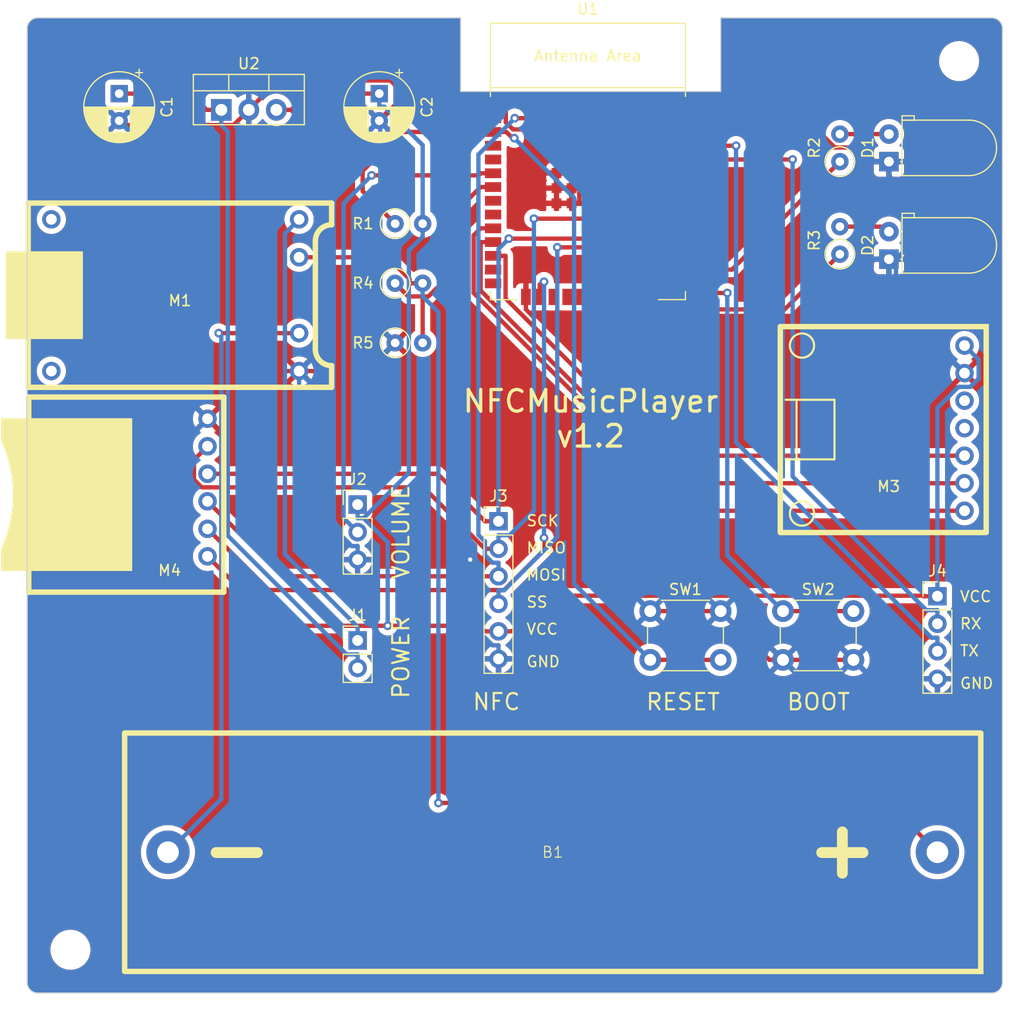
<source format=kicad_pcb>
(kicad_pcb (version 20240108) (generator "pcbnew") (generator_version "8.0")
  (layers (0 "F.Cu" signal) (31 "B.Cu" signal) (34 "B.Paste" user) (35 "F.Paste" user) (36 "B.SilkS" user "B.Silkscreen") (37 "F.SilkS" user "F.Silkscreen") (38 "B.Mask" user) (39 "F.Mask" user) (44 "Edge.Cuts" user))
  (net 0 "")
  (net 1 "/VBatt")
  (net 2 "Net-(B1-B-)")
  (net 3 "Net-(J1-Pin_2)")
  (net 4 "GND")
  (net 5 "+3.3V")
  (net 6 "Net-(D1-A)")
  (net 7 "Net-(D2-A)")
  (net 8 "Net-(J1-Pin_1)")
  (net 9 "/VOLUME")
  (net 10 "/SPI_SCK")
  (net 11 "/SPI_MISO")
  (net 12 "/SPI_MOSI")
  (net 13 "/PN532_CS")
  (net 14 "/RX")
  (net 15 "/TX")
  (net 18 "/I2S_LRC")
  (net 19 "/I2S_BCLK")
  (net 20 "/I2S_DOUT")
  (net 23 "/SD_CS")
  (net 24 "Net-(U1-EN{slash}CHIP_PU)")
  (net 25 "Net-(U1-ADC2_CH0{slash}GPIO4)")
  (net 26 "Net-(U1-ADC2_CH2{slash}GPIO2)")
  (net 27 "/BATT_MON")
  (net 28 "Net-(U1-GPIO0{slash}BOOT{slash}ADC2_CH1)")
  (footprint "MountingHole:MountingHole_3.2mm_M3" (layer "F.Cu") (at 104 146)
    (property "Reference" "H2" (hide yes))
    (property "Value" "MountingHole" (hide yes))
    (pad "" np_thru_hole circle (at 0 0) (size 3.2 3.2) (drill 3.2) (layers "*.Cu" "*.Mask"))
  )
  (footprint "MountingHole:MountingHole_3.2mm_M3" (layer "F.Cu") (at 186 64)
    (property "Reference" "H1" (hide yes))
    (property "Value" "MountingHole" (hide yes))
    (pad "" np_thru_hole circle (at 0 0) (size 3.2 3.2) (drill 3.2) (layers "*.Cu" "*.Mask"))
  )
  (footprint "Resistor_THT:R_Axial_DIN0207_L6.3mm_D2.5mm_P2.54mm_Vertical" (layer "F.Cu") (at 175 81.815 90)
    (property "Reference" "R3" (at 1.27 -2.37 90) (layer "F.SilkS"))
    (property "Value" "470")
    (pad "1" thru_hole circle (at 0 0 90) (size 1.6 1.6) (drill 0.8) (layers "*.Cu" "*.Mask") (net 26 "Net-(U1-ADC2_CH2{slash}GPIO2)"))
    (pad "2" thru_hole oval (at 2.54 0 90) (size 1.6 1.6) (drill 0.8) (layers "*.Cu" "*.Mask") (net 7 "Net-(D2-A)"))
  )
  (footprint "Resistor_THT:R_Axial_DIN0207_L6.3mm_D2.5mm_P2.54mm_Vertical" (layer "F.Cu") (at 133.955 84.5)
    (property "Reference" "R4" (at -2.955 0 0) (layer "F.SilkS"))
    (property "Value" "27k")
    (pad "1" thru_hole circle (at 0 0) (size 1.6 1.6) (drill 0.8) (layers "*.Cu" "*.Mask") (net 27 "/BATT_MON"))
    (pad "2" thru_hole oval (at 2.54 0) (size 1.6 1.6) (drill 0.8) (layers "*.Cu" "*.Mask") (net 1 "/VBatt"))
  )
  (footprint "Button_Switch_THT:SW_PUSH_6mm_H5mm" (layer "F.Cu") (at 157.5 114.75)
    (property "Reference" "SW1" (at 3.25 -2 0) (layer "F.SilkS"))
    (property "Value" "RESET")
    (pad "1" thru_hole circle (at 0 0 90) (size 2 2) (drill 1.1) (layers "*.Cu" "*.Mask") (net 4 "GND"))
    (pad "1" thru_hole circle (at 6.5 0 90) (size 2 2) (drill 1.1) (layers "*.Cu" "*.Mask") (net 4 "GND"))
    (pad "2" thru_hole circle (at 0 4.5 90) (size 2 2) (drill 1.1) (layers "*.Cu" "*.Mask") (net 24 "Net-(U1-EN{slash}CHIP_PU)"))
    (pad "2" thru_hole circle (at 6.5 4.5 90) (size 2 2) (drill 1.1) (layers "*.Cu" "*.Mask") (net 24 "Net-(U1-EN{slash}CHIP_PU)"))
  )
  (footprint "PCM_Espressif:ESP32-WROOM-32E" (layer "F.Cu") (at 151.75 75.01)
    (property "Reference" "U1" (at 0 -15.8 0) (layer "F.SilkS"))
    (property "Value" "ESP32-WROOM-E")
    (fp_text user "Antenna Area" (at 0 -11.5 0) (layer "F.SilkS"))
    (pad "1" smd rect (at -8.75 -7.01) (size 1.5 0.9) (layers "F.Cu" "F.Paste" "F.Mask") (net 4 "GND"))
    (pad "2" smd rect (at -8.75 -5.74) (size 1.5 0.9) (layers "F.Cu" "F.Paste" "F.Mask") (net 5 "+3.3V"))
    (pad "3" smd rect (at -8.75 -4.47) (size 1.5 0.9) (layers "F.Cu" "F.Paste" "F.Mask") (net 24 "Net-(U1-EN{slash}CHIP_PU)"))
    (pad "4" smd rect (at -8.75 -3.2) (size 1.5 0.9) (layers "F.Cu" "F.Paste" "F.Mask"))
    (pad "5" smd rect (at -8.75 -1.93) (size 1.5 0.9) (layers "F.Cu" "F.Paste" "F.Mask"))
    (pad "6" smd rect (at -8.75 -0.66) (size 1.5 0.9) (layers "F.Cu" "F.Paste" "F.Mask") (net 9 "/VOLUME"))
    (pad "7" smd rect (at -8.75 0.61) (size 1.5 0.9) (layers "F.Cu" "F.Paste" "F.Mask") (net 27 "/BATT_MON"))
    (pad "8" smd rect (at -8.75 1.88) (size 1.5 0.9) (layers "F.Cu" "F.Paste" "F.Mask"))
    (pad "9" smd rect (at -8.75 3.15) (size 1.5 0.9) (layers "F.Cu" "F.Paste" "F.Mask"))
    (pad "10" smd rect (at -8.75 4.42) (size 1.5 0.9) (layers "F.Cu" "F.Paste" "F.Mask") (net 18 "/I2S_LRC"))
    (pad "11" smd rect (at -8.75 5.69) (size 1.5 0.9) (layers "F.Cu" "F.Paste" "F.Mask") (net 19 "/I2S_BCLK"))
    (pad "12" smd rect (at -8.75 6.96) (size 1.5 0.9) (layers "F.Cu" "F.Paste" "F.Mask") (net 20 "/I2S_DOUT"))
    (pad "13" smd rect (at -8.75 8.23) (size 1.5 0.9) (layers "F.Cu" "F.Paste" "F.Mask"))
    (pad "14" smd rect (at -8.75 9.5) (size 1.5 0.9) (layers "F.Cu" "F.Paste" "F.Mask"))
    (pad "15" smd rect (at -5.72 10.75 90) (size 1.5 0.9) (layers "F.Cu" "F.Paste" "F.Mask") (net 4 "GND"))
    (pad "16" smd rect (at -4.45 10.75 90) (size 1.5 0.9) (layers "F.Cu" "F.Paste" "F.Mask") (net 23 "/SD_CS"))
    (pad "17" smd rect (at -3.18 10.75 90) (size 1.5 0.9) (layers "F.Cu" "F.Paste" "F.Mask"))
    (pad "18" smd rect (at -1.91 10.75 90) (size 1.5 0.9) (layers "F.Cu" "F.Paste" "F.Mask"))
    (pad "19" smd rect (at -0.64 10.75 90) (size 1.5 0.9) (layers "F.Cu" "F.Paste" "F.Mask"))
    (pad "20" smd rect (at 0.63 10.75 90) (size 1.5 0.9) (layers "F.Cu" "F.Paste" "F.Mask"))
    (pad "21" smd rect (at 1.9 10.75 90) (size 1.5 0.9) (layers "F.Cu" "F.Paste" "F.Mask"))
    (pad "22" smd rect (at 3.17 10.75 90) (size 1.5 0.9) (layers "F.Cu" "F.Paste" "F.Mask"))
    (pad "23" smd rect (at 4.44 10.75 90) (size 1.5 0.9) (layers "F.Cu" "F.Paste" "F.Mask"))
    (pad "24" smd rect (at 5.71 10.75 90) (size 1.5 0.9) (layers "F.Cu" "F.Paste" "F.Mask") (net 26 "Net-(U1-ADC2_CH2{slash}GPIO2)"))
    (pad "25" smd rect (at 8.75 9.5 180) (size 1.5 0.9) (layers "F.Cu" "F.Paste" "F.Mask") (net 28 "Net-(U1-GPIO0{slash}BOOT{slash}ADC2_CH1)"))
    (pad "26" smd rect (at 8.75 8.23 180) (size 1.5 0.9) (layers "F.Cu" "F.Paste" "F.Mask") (net 25 "Net-(U1-ADC2_CH0{slash}GPIO4)"))
    (pad "27" smd rect (at 8.75 6.96 180) (size 1.5 0.9) (layers "F.Cu" "F.Paste" "F.Mask"))
    (pad "28" smd rect (at 8.75 5.69 180) (size 1.5 0.9) (layers "F.Cu" "F.Paste" "F.Mask"))
    (pad "29" smd rect (at 8.75 4.42 180) (size 1.5 0.9) (layers "F.Cu" "F.Paste" "F.Mask") (net 13 "/PN532_CS"))
    (pad "30" smd rect (at 8.75 3.15 180) (size 1.5 0.9) (layers "F.Cu" "F.Paste" "F.Mask") (net 10 "/SPI_SCK"))
    (pad "31" smd rect (at 8.75 1.88 180) (size 1.5 0.9) (layers "F.Cu" "F.Paste" "F.Mask") (net 11 "/SPI_MISO"))
    (pad "32" smd rect (at 8.75 0.61 180) (size 1.5 0.9) (layers "F.Cu" "F.Paste" "F.Mask"))
    (pad "33" smd rect (at 8.75 -0.66 180) (size 1.5 0.9) (layers "F.Cu" "F.Paste" "F.Mask"))
    (pad "34" smd rect (at 8.75 -1.93 180) (size 1.5 0.9) (layers "F.Cu" "F.Paste" "F.Mask") (net 14 "/RX"))
    (pad "35" smd rect (at 8.75 -3.2 180) (size 1.5 0.9) (layers "F.Cu" "F.Paste" "F.Mask") (net 15 "/TX"))
    (pad "36" smd rect (at 8.75 -4.47 180) (size 1.5 0.9) (layers "F.Cu" "F.Paste" "F.Mask"))
    (pad "37" smd rect (at 8.75 -5.74 180) (size 1.5 0.9) (layers "F.Cu" "F.Paste" "F.Mask") (net 12 "/SPI_MOSI"))
    (pad "38" smd rect (at 8.75 -7.01 180) (size 1.5 0.9) (layers "F.Cu" "F.Paste" "F.Mask") (net 4 "GND"))
    (pad "39" smd rect (at -2.9 -0.69 180) (size 0.9 0.9) (layers "F.Cu" "F.Paste" "F.Mask") (net 4 "GND"))
    (pad "39" smd rect (at -2.9 -0.69 180) (size 0.9 0.9) (layers "F.Cu" "F.Paste" "F.Mask") (net 4 "GND"))
    (pad "39" smd rect (at -2.9 0.71 180) (size 0.9 0.9) (layers "F.Cu" "F.Paste" "F.Mask") (net 4 "GND"))
    (pad "39" smd rect (at -2.9 2.11 180) (size 0.9 0.9) (layers "F.Cu" "F.Paste" "F.Mask") (net 4 "GND"))
    (pad "39" smd rect (at -2.9 2.11 180) (size 0.9 0.9) (layers "F.Cu" "F.Paste" "F.Mask") (net 4 "GND"))
    (pad "39" smd rect (at -1.5 -0.69 180) (size 0.9 0.9) (layers "F.Cu" "F.Paste" "F.Mask") (net 4 "GND"))
    (pad "39" smd rect (at -1.5 0.71 180) (size 0.9 0.9) (layers "F.Cu" "F.Paste" "F.Mask") (net 4 "GND"))
    (pad "39" smd rect (at -1.5 2.11 180) (size 0.9 0.9) (layers "F.Cu" "F.Paste" "F.Mask") (net 4 "GND"))
    (pad "39" smd rect (at -1.5 2.11 180) (size 0.9 0.9) (layers "F.Cu" "F.Paste" "F.Mask") (net 4 "GND"))
    (pad "39" smd rect (at -0.1 -0.69 180) (size 0.9 0.9) (layers "F.Cu" "F.Paste" "F.Mask") (net 4 "GND"))
    (pad "39" smd rect (at -0.1 0.71 180) (size 0.9 0.9) (layers "F.Cu" "F.Paste" "F.Mask") (net 4 "GND"))
    (pad "39" smd rect (at -0.1 2.11 180) (size 0.9 0.9) (layers "F.Cu" "F.Paste" "F.Mask") (net 4 "GND"))
    (zone (net 0) (net_name "") (layers "*.Cu") (name "antenna keepout") (connect_pads (clearance 0)) (min_thickness 0.254)
      (keepout (tracks not_allowed) (vias not_allowed) (pads not_allowed) (copperpour not_allowed) (footprints not_allowed))
      (fill (thermal_gap 0.508) (thermal_bridge_width 0.508))
      (polygon (pts (xy 160.75 66.46) (xy 142.75 66.46) (xy 142.75 60.51) (xy 160.75 60.51)))
    )
  )
  (footprint "Package_TO_SOT_THT:TO-220-3_Vertical" (layer "F.Cu") (at 117.92 68.5)
    (property "Reference" "U2" (at 2.54 -4.27 0) (layer "F.SilkS"))
    (property "Value" "MCP1826S")
    (pad "1" thru_hole rect (at 0 0) (size 1.905 2) (drill 1.1) (layers "*.Cu" "*.Mask") (net 3 "Net-(J1-Pin_2)"))
    (pad "2" thru_hole oval (at 2.54 0) (size 1.905 2) (drill 1.1) (layers "*.Cu" "*.Mask") (net 4 "GND"))
    (pad "3" thru_hole oval (at 5.08 0) (size 1.905 2) (drill 1.1) (layers "*.Cu" "*.Mask") (net 5 "+3.3V"))
  )
  (footprint "Capacitor_THT:CP_Radial_D6.3mm_P2.50mm" (layer "F.Cu") (at 108.5 67 -90)
    (property "Reference" "C1" (at 1.25 -4.4 -90) (layer "F.SilkS"))
    (property "Value" "10uF")
    (pad "1" thru_hole rect (at 0 0 270) (size 1.6 1.6) (drill 0.8) (layers "*.Cu" "*.Mask") (net 3 "Net-(J1-Pin_2)"))
    (pad "2" thru_hole circle (at 2.5 0 270) (size 1.6 1.6) (drill 0.8) (layers "*.Cu" "*.Mask") (net 4 "GND"))
  )
  (footprint "Connector_PinHeader_2.54mm:PinHeader_1x02_P2.54mm_Vertical" (layer "F.Cu") (at 130.5 117.46)
    (property "Reference" "J1" (at 0 -2.33 0) (layer "F.SilkS"))
    (property "Value" "Power_Button")
    (pad "1" thru_hole rect (at 0 0) (size 1.7 1.7) (drill 1) (layers "*.Cu" "*.Mask") (net 8 "Net-(J1-Pin_1)"))
    (pad "2" thru_hole oval (at 0 2.54) (size 1.7 1.7) (drill 1) (layers "*.Cu" "*.Mask") (net 3 "Net-(J1-Pin_2)"))
  )
  (footprint "Resistor_THT:R_Axial_DIN0207_L6.3mm_D2.5mm_P2.54mm_Vertical" (layer "F.Cu") (at 175 73.275 90)
    (property "Reference" "R2" (at 1.27 -2.37 90) (layer "F.SilkS"))
    (property "Value" "470")
    (pad "1" thru_hole circle (at 0 0 90) (size 1.6 1.6) (drill 0.8) (layers "*.Cu" "*.Mask") (net 25 "Net-(U1-ADC2_CH0{slash}GPIO4)"))
    (pad "2" thru_hole oval (at 2.54 0 90) (size 1.6 1.6) (drill 0.8) (layers "*.Cu" "*.Mask") (net 6 "Net-(D1-A)"))
  )
  (footprint "LD:MAX98357_Module" (layer "F.Cu") (at 186.5 90.25)
    (property "Reference" "M3" (at -7 13 0) (layer "F.SilkS"))
    (property "Value" "MAX98357" (hide yes))
    (pad "1" thru_hole circle (at 0 15.24) (size 1.7 1.7) (drill 1) (layers "*.Cu" "*.Mask") (net 18 "/I2S_LRC"))
    (pad "2" thru_hole circle (at 0 12.7) (size 1.7 1.7) (drill 1) (layers "*.Cu" "*.Mask") (net 19 "/I2S_BCLK"))
    (pad "3" thru_hole circle (at 0 10.16) (size 1.7 1.7) (drill 1) (layers "*.Cu" "*.Mask") (net 20 "/I2S_DOUT"))
    (pad "4" thru_hole circle (at 0 7.62) (size 1.7 1.7) (drill 1) (layers "*.Cu" "*.Mask"))
    (pad "5" thru_hole circle (at 0 5.08) (size 1.7 1.7) (drill 1) (layers "*.Cu" "*.Mask"))
    (pad "6" thru_hole circle (at 0 2.54) (size 1.7 1.7) (drill 1) (layers "*.Cu" "*.Mask") (net 4 "GND"))
    (pad "7" thru_hole circle (at 0 0) (size 1.7 1.7) (drill 1) (layers "*.Cu" "*.Mask") (net 5 "+3.3V"))
  )
  (footprint "Connector_PinHeader_2.54mm:PinHeader_1x04_P2.54mm_Vertical" (layer "F.Cu") (at 184 113.38)
    (property "Reference" "J4" (at 0 -2.33 0) (layer "F.SilkS"))
    (property "Value" "SERIAL")
    (pad "1" thru_hole rect (at 0 0) (size 1.7 1.7) (drill 1) (layers "*.Cu" "*.Mask") (net 5 "+3.3V"))
    (pad "2" thru_hole oval (at 0 2.54) (size 1.7 1.7) (drill 1) (layers "*.Cu" "*.Mask") (net 14 "/RX"))
    (pad "3" thru_hole oval (at 0 5.08) (size 1.7 1.7) (drill 1) (layers "*.Cu" "*.Mask") (net 15 "/TX"))
    (pad "4" thru_hole oval (at 0 7.62) (size 1.7 1.7) (drill 1) (layers "*.Cu" "*.Mask") (net 4 "GND"))
  )
  (footprint "LD:Battery_Holder" (layer "F.Cu") (at 148.5 137 180)
    (property "Reference" "B1" (at 0 0 0) (layer "F.SilkS") (effects (font (thickness 0.1))))
    (property "Value" "~")
    (fp_text user "-" (at 25.4 2.54 180) (layer "F.SilkS") (effects (font (size 5 5) (thickness 1) (bold yes)) (justify left bottom)))
    (fp_text user "+" (at -30.48 2.54 180) (layer "F.SilkS") (effects (font (size 5 5) (thickness 1) (bold yes)) (justify left bottom)))
    (pad "1" thru_hole circle (at -35.5 0 180) (size 4 4) (drill 2) (layers "*.Cu" "*.Mask") (net 1 "/VBatt"))
    (pad "2" thru_hole circle (at 35.5 0 180) (size 4 4) (drill 2) (layers "*.Cu" "*.Mask") (net 2 "Net-(B1-B-)"))
  )
  (footprint "LD:LipoCharger_Module" (layer "F.Cu") (at 125.1 77.1)
    (property "Reference" "M1" (at -11 9 0) (layer "F.SilkS"))
    (property "Value" "LipoCharger")
    (pad "1" thru_hole circle (at -22.86 1.5) (size 1.7 1.7) (drill 1) (layers "*.Cu" "*.Mask"))
    (pad "2" thru_hole circle (at -22.86 15.5) (size 1.7 1.7) (drill 1) (layers "*.Cu" "*.Mask"))
    (pad "3" thru_hole circle (at 0 5) (size 1.7 1.7) (drill 1) (layers "*.Cu" "*.Mask") (net 1 "/VBatt"))
    (pad "4" thru_hole circle (at 0 12) (size 1.7 1.7) (drill 1) (layers "*.Cu" "*.Mask") (net 2 "Net-(B1-B-)"))
    (pad "5" thru_hole circle (at 0 1.5) (size 1.7 1.7) (drill 1) (layers "*.Cu" "*.Mask") (net 8 "Net-(J1-Pin_1)"))
    (pad "6" thru_hole circle (at 0 15.5) (size 1.7 1.7) (drill 1) (layers "*.Cu" "*.Mask") (net 4 "GND"))
  )
  (footprint "LED_THT:LED_D5.0mm_Horizontal_O1.27mm_Z9.0mm" (layer "F.Cu") (at 179.525 73.275 90)
    (property "Reference" "D1" (at 1.27 -1.96 90) (layer "F.SilkS"))
    (property "Value" "LED")
    (pad "1" thru_hole rect (at 0 0 90) (size 1.8 1.8) (drill 0.9) (layers "*.Cu" "*.Mask") (net 4 "GND"))
    (pad "2" thru_hole circle (at 2.54 0 90) (size 1.8 1.8) (drill 0.9) (layers "*.Cu" "*.Mask") (net 6 "Net-(D1-A)"))
  )
  (footprint "Resistor_THT:R_Axial_DIN0207_L6.3mm_D2.5mm_P2.54mm_Vertical" (layer "F.Cu") (at 133.96 79)
    (property "Reference" "R1" (at -2.96 0 0) (layer "F.SilkS"))
    (property "Value" "10K")
    (pad "1" thru_hole circle (at 0 0) (size 1.6 1.6) (drill 0.8) (layers "*.Cu" "*.Mask") (net 24 "Net-(U1-EN{slash}CHIP_PU)"))
    (pad "2" thru_hole oval (at 2.54 0) (size 1.6 1.6) (drill 0.8) (layers "*.Cu" "*.Mask") (net 5 "+3.3V"))
  )
  (footprint "Resistor_THT:R_Axial_DIN0207_L6.3mm_D2.5mm_P2.54mm_Vertical" (layer "F.Cu") (at 133.96 90)
    (property "Reference" "R5" (at -2.96 0 0) (layer "F.SilkS"))
    (property "Value" "100k")
    (pad "1" thru_hole circle (at 0 0) (size 1.6 1.6) (drill 0.8) (layers "*.Cu" "*.Mask") (net 4 "GND"))
    (pad "2" thru_hole oval (at 2.54 0) (size 1.6 1.6) (drill 0.8) (layers "*.Cu" "*.Mask") (net 27 "/BATT_MON"))
  )
  (footprint "Connector_PinHeader_2.54mm:PinHeader_1x03_P2.54mm_Vertical" (layer "F.Cu") (at 130.5 104.92)
    (property "Reference" "J2" (at 0 -2.33 0) (layer "F.SilkS"))
    (property "Value" "VOLUME_POT")
    (pad "1" thru_hole rect (at 0 0) (size 1.7 1.7) (drill 1) (layers "*.Cu" "*.Mask") (net 5 "+3.3V"))
    (pad "2" thru_hole oval (at 0 2.54) (size 1.7 1.7) (drill 1) (layers "*.Cu" "*.Mask") (net 9 "/VOLUME"))
    (pad "3" thru_hole oval (at 0 5.08) (size 1.7 1.7) (drill 1) (layers "*.Cu" "*.Mask") (net 4 "GND"))
  )
  (footprint "Connector_PinHeader_2.54mm:PinHeader_1x06_P2.54mm_Vertical" (layer "F.Cu") (at 143.5 106.46)
    (property "Reference" "J3" (at 0 -2.33 0) (layer "F.SilkS"))
    (property "Value" "NFC")
    (pad "1" thru_hole rect (at 0 0) (size 1.7 1.7) (drill 1) (layers "*.Cu" "*.Mask") (net 10 "/SPI_SCK"))
    (pad "2" thru_hole oval (at 0 2.54) (size 1.7 1.7) (drill 1) (layers "*.Cu" "*.Mask") (net 11 "/SPI_MISO"))
    (pad "3" thru_hole oval (at 0 5.08) (size 1.7 1.7) (drill 1) (layers "*.Cu" "*.Mask") (net 12 "/SPI_MOSI"))
    (pad "4" thru_hole oval (at 0 7.62) (size 1.7 1.7) (drill 1) (layers "*.Cu" "*.Mask") (net 13 "/PN532_CS"))
    (pad "5" thru_hole oval (at 0 10.16) (size 1.7 1.7) (drill 1) (layers "*.Cu" "*.Mask") (net 5 "+3.3V"))
    (pad "6" thru_hole oval (at 0 12.7) (size 1.7 1.7) (drill 1) (layers "*.Cu" "*.Mask") (net 4 "GND"))
  )
  (footprint "Button_Switch_THT:SW_PUSH_6mm_H5mm" (layer "F.Cu") (at 169.75 114.75)
    (property "Reference" "SW2" (at 3.25 -2 0) (layer "F.SilkS"))
    (property "Value" "BOOT")
    (pad "1" thru_hole circle (at 0 0 90) (size 2 2) (drill 1.1) (layers "*.Cu" "*.Mask") (net 28 "Net-(U1-GPIO0{slash}BOOT{slash}ADC2_CH1)"))
    (pad "1" thru_hole circle (at 6.5 0 90) (size 2 2) (drill 1.1) (layers "*.Cu" "*.Mask") (net 28 "Net-(U1-GPIO0{slash}BOOT{slash}ADC2_CH1)"))
    (pad "2" thru_hole circle (at 0 4.5 90) (size 2 2) (drill 1.1) (layers "*.Cu" "*.Mask") (net 4 "GND"))
    (pad "2" thru_hole circle (at 6.5 4.5 90) (size 2 2) (drill 1.1) (layers "*.Cu" "*.Mask") (net 4 "GND"))
  )
  (footprint "LED_THT:LED_D5.0mm_Horizontal_O1.27mm_Z9.0mm" (layer "F.Cu") (at 179.525 82.275 90)
    (property "Reference" "D2" (at 1.27 -1.96 90) (layer "F.SilkS"))
    (property "Value" "LED")
    (pad "1" thru_hole rect (at 0 0 90) (size 1.8 1.8) (drill 0.9) (layers "*.Cu" "*.Mask") (net 4 "GND"))
    (pad "2" thru_hole circle (at 2.54 0 90) (size 1.8 1.8) (drill 0.9) (layers "*.Cu" "*.Mask") (net 7 "Net-(D2-A)"))
  )
  (footprint "LD:MicroSD_Module" (layer "F.Cu") (at 116.65 97)
    (property "Reference" "M4" (at -3.5 14 0) (layer "F.SilkS"))
    (property "Value" "SDCard")
    (pad "1" thru_hole circle (at 0 12.7) (size 1.7 1.7) (drill 1) (layers "*.Cu" "*.Mask") (net 5 "+3.3V"))
    (pad "2" thru_hole circle (at 0 10.16) (size 1.7 1.7) (drill 1) (layers "*.Cu" "*.Mask") (net 23 "/SD_CS"))
    (pad "3" thru_hole circle (at 0 7.62) (size 1.7 1.7) (drill 1) (layers "*.Cu" "*.Mask") (net 12 "/SPI_MOSI"))
    (pad "4" thru_hole circle (at 0 5.08) (size 1.7 1.7) (drill 1) (layers "*.Cu" "*.Mask") (net 10 "/SPI_SCK"))
    (pad "5" thru_hole circle (at 0 2.54) (size 1.7 1.7) (drill 1) (layers "*.Cu" "*.Mask") (net 11 "/SPI_MISO"))
    (pad "6" thru_hole circle (at 0 0) (size 1.7 1.7) (drill 1) (layers "*.Cu" "*.Mask") (net 4 "GND"))
  )
  (footprint "Capacitor_THT:CP_Radial_D6.3mm_P2.50mm" (layer "F.Cu") (at 132.5 67 -90)
    (property "Reference" "C2" (at 1.25 -4.4 90) (layer "F.SilkS"))
    (property "Value" "22uF")
    (pad "1" thru_hole rect (at 0 0 270) (size 1.6 1.6) (drill 0.8) (layers "*.Cu" "*.Mask") (net 5 "+3.3V"))
    (pad "2" thru_hole circle (at 2.5 0 270) (size 1.6 1.6) (drill 0.8) (layers "*.Cu" "*.Mask") (net 4 "GND"))
  )
  (gr_line (start 164 66.8) (end 164 60) (stroke (width 0.1)) (layer "Edge.Cuts"))
  (gr_line (start 164 60) (end 189 60) (stroke (width 0.1)) (layer "Edge.Cuts"))
  (gr_line (start 101 150) (end 189 150) (stroke (width 0.1)) (layer "Edge.Cuts"))
  (gr_line (start 140 60) (end 140 66.8) (stroke (width 0.1)) (layer "Edge.Cuts"))
  (gr_arc (start 100 61) (mid 100.292893 60.292893) (end 101 60) (stroke (width 0.1)) (layer "Edge.Cuts"))
  (gr_line (start 140 66.8) (end 164 66.8) (stroke (width 0.1)) (layer "Edge.Cuts"))
  (gr_arc (start 190 149) (mid 189.707107 149.707107) (end 189 150) (stroke (width 0.1)) (layer "Edge.Cuts"))
  (gr_line (start 100 61) (end 100 149) (stroke (width 0.1)) (layer "Edge.Cuts"))
  (gr_arc (start 189 60) (mid 189.707107 60.292893) (end 190 61) (stroke (width 0.1)) (layer "Edge.Cuts"))
  (gr_arc (start 101 150) (mid 100.292893 149.707107) (end 100 149) (stroke (width 0.1)) (layer "Edge.Cuts"))
  (gr_line (start 190 149) (end 190 61) (stroke (width 0.1)) (layer "Edge.Cuts"))
  (gr_line (start 101 60) (end 140 60) (stroke (width 0.1)) (layer "Edge.Cuts"))
  (gr_text "MOSI" (at 146 112 0) (layer "F.SilkS") (effects (font (size 1 1)) (justify left bottom)))
  (gr_text "GND" (at 146 120 0) (layer "F.SilkS") (effects (font (size 1 1)) (justify left bottom)))
  (gr_text "RESET" (at 157 124 0) (layer "F.SilkS") (effects (font (size 1.5 1.5) (thickness 0.2)) (justify left bottom)))
  (gr_text "VCC" (at 186 114 0) (layer "F.SilkS") (effects (font (size 1 1)) (justify left bottom)))
  (gr_text "POWER" (at 134.5 119 90) (layer "F.SilkS") (effects (font (size 1.5 1.5) (thickness 0.2))))
  (gr_text "VOLUME" (at 134.5 107.46 90) (layer "F.SilkS") (effects (font (size 1.5 1.5) (thickness 0.2))))
  (gr_text "NFC" (at 141 124 0) (layer "F.SilkS") (effects (font (size 1.5 1.5) (thickness 0.2)) (justify left bottom)))
  (gr_text "SCK" (at 146 107 0) (layer "F.SilkS") (effects (font (size 1 1)) (justify left bottom)))
  (gr_text "MISO" (at 146 109.5 0) (layer "F.SilkS") (effects (font (size 1 1)) (justify left bottom)))
  (gr_text "SS" (at 146 114.5 0) (layer "F.SilkS") (effects (font (size 1 1)) (justify left bottom)))
  (gr_text "VCC" (at 146 117 0) (layer "F.SilkS") (effects (font (size 1 1)) (justify left bottom)))
  (gr_text "GND" (at 186 122 0) (layer "F.SilkS") (effects (font (size 1 1)) (justify left bottom)))
  (gr_text "NFCMusicPlayer\nv1.2" (at 152 97 0) (layer "F.SilkS") (effects (font (size 2 2) (thickness 0.3) (bold yes))))
  (gr_text "BOOT" (at 170 124 0) (layer "F.SilkS") (effects (font (size 1.5 1.5) (thickness 0.2)) (justify left bottom)))
  (gr_text "TX" (at 186 119 0) (layer "F.SilkS") (effects (font (size 1 1)) (justify left bottom)))
  (gr_text "RX" (at 186 116.5 0) (layer "F.SilkS") (effects (font (size 1 1)) (justify left bottom)))
  (segment (start 179.4519 132.4519) (end 137.9518 132.4519) (width 0.4) (layer "F.Cu") (net 1))
  (segment (start 136.495 84.5) (end 135.2933 84.5) (width 0.4) (layer "F.Cu") (net 1))
  (segment (start 135.2933 84.1265) (end 135.2933 84.5) (width 0.4) (layer "F.Cu") (net 1))
  (segment (start 133.2668 82.1) (end 135.2933 84.1265) (width 0.4) (layer "F.Cu") (net 1))
  (segment (start 184 137) (end 179.4519 132.4519) (width 0.4) (layer "F.Cu") (net 1))
  (segment (start 125.1 82.1) (end 133.2668 82.1) (width 0.4) (layer "F.Cu") (net 1))
  (via (at 137.9518 132.4519) (size 0.8) (drill 0.4) (layers "F.Cu" "B.Cu") (net 1))
  (segment (start 136.495 84.5) (end 136.495 85.7017) (width 0.4) (layer "B.Cu") (net 1))
  (segment (start 136.495 85.7017) (end 137.9518 87.1585) (width 0.4) (layer "B.Cu") (net 1))
  (segment (start 137.9518 87.1585) (end 137.9518 132.4519) (width 0.4) (layer "B.Cu") (net 1))
  (segment (start 125.1 89.1) (end 117.6826 89.1) (width 0.4) (layer "F.Cu") (net 2))
  (via (at 117.6826 89.1) (size 0.8) (drill 0.4) (layers "F.Cu" "B.Cu") (net 2))
  (segment (start 117.9192 89.3366) (end 117.6826 89.1) (width 0.4) (layer "B.Cu") (net 2))
  (segment (start 117.9192 132.0808) (end 117.9192 89.3366) (width 0.4) (layer "B.Cu") (net 2))
  (segment (start 113 137) (end 117.9192 132.0808) (width 0.4) (layer "B.Cu") (net 2))
  (segment (start 108.5 67) (end 115.0658 67) (width 0.4) (layer "F.Cu") (net 3))
  (segment (start 115.0658 67) (end 116.5658 68.5) (width 0.4) (layer "F.Cu") (net 3))
  (segment (start 117.92 68.5) (end 116.5658 68.5) (width 0.4) (layer "F.Cu") (net 3))
  (segment (start 130.5 120) (end 130.5 118.7483) (width 0.4) (layer "B.Cu") (net 3))
  (segment (start 118.5217 70.5034) (end 117.92 69.9017) (width 0.4) (layer "B.Cu") (net 3))
  (segment (start 130.5 118.7483) (end 129.483 118.7483) (width 0.4) (layer "B.Cu") (net 3))
  (segment (start 117.92 68.5) (end 117.92 69.9017) (width 0.4) (layer "B.Cu") (net 3))
  (segment (start 129.483 118.7483) (end 118.5217 107.787) (width 0.4) (layer "B.Cu") (net 3))
  (segment (start 118.5217 107.787) (end 118.5217 70.5034) (width 0.4) (layer "B.Cu") (net 3))
  (segment (start 144.1722 68) (end 144.1517 68) (width 0.4) (layer "F.Cu") (net 4))
  (segment (start 134 68) (end 132.5 69.5) (width 0.4) (layer "F.Cu") (net 4))
  (segment (start 143 68) (end 144.1517 68) (width 0.4) (layer "F.Cu") (net 4))
  (segment (start 170.56 68) (end 160.5 68) (width 0.4) (layer "F.Cu") (net 4))
  (segment (start 125.1 92.6) (end 131.36 92.6) (width 0.4) (layer "F.Cu") (net 4))
  (segment (start 130.5 110) (end 140.884 110) (width 0.4) (layer "F.Cu") (net 4))
  (segment (start 150.6 75.72) (end 150.6 74.32) (width 0.4) (layer "F.Cu") (net 4))
  (segment (start 151.65 77.12) (end 150.95 77.12) (width 0.4) (layer "F.Cu") (net 4))
  (segment (start 179.525 82.275) (end 178.2233 82.275) (width 0.4) (layer "F.Cu") (net 4))
  (segment (start 133.5246 65.7855) (end 134 66.2609) (width 0.4) (layer "F.Cu") (net 4))
  (segment (start 119.0583 69.9017) (end 120.46 68.5) (width 0.4) (layer "F.Cu") (net 4))
  (segment (start 176.25 119.25) (end 169.75 119.25) (width 0.4) (layer "F.Cu") (net 4))
  (segment (start 150.6 74.32) (end 150.25 74.32) (width 0.4) (layer "F.Cu") (net 4))
  (segment (start 150.95 75.72) (end 150.6 75.72) (width 0.4) (layer "F.Cu") (net 4))
  (segment (start 144.8359 70.3039) (end 144.1722 69.6402) (width 0.4) (layer "F.Cu") (net 4))
  (segment (start 179.525 73.275) (end 178.2233 73.275) (width 0.4) (layer "F.Cu") (net 4))
  (segment (start 150.6 75.72) (end 150.25 75.72) (width 0.4) (layer "F.Cu") (net 4))
  (segment (start 143.5 119.16) (end 153.09 119.16) (width 0.4) (layer "F.Cu") (net 4))
  (segment (start 168.5 119.25) (end 164 114.75) (width 0.4) (layer "F.Cu") (net 4))
  (segment (start 176.9216 71.9733) (end 174.5333 71.9733) (width 0.4) (layer "F.Cu") (net 4))
  (segment (start 174.5333 71.9733) (end 170.56 68) (width 0.4) (layer "F.Cu") (net 4))
  (segment (start 123.1745 65.7855) (end 133.5246 65.7855) (width 0.4) (layer "F.Cu") (net 4))
  (segment (start 148.85 73.4683) (end 145.6856 70.3039) (width 0.4) (layer "F.Cu") (net 4))
  (segment (start 146.03 85.76) (end 146.03 86.9117) (width 0.4) (layer "F.Cu") (net 4))
  (segment (start 116.65 97) (end 121.05 92.6) (width 0.4) (layer "F.Cu") (net 4))
  (segment (start 151.65 75.72) (end 150.95 75.72) (width 0.4) (layer "F.Cu") (net 4))
  (segment (start 120.46 68.5) (end 123.1745 65.7855) (width 0.4) (layer "F.Cu") (net 4))
  (segment (start 108.9017 69.9017) (end 119.0583 69.9017) (width 0.4) (layer "F.Cu") (net 4))
  (segment (start 184 121) (end 178 121) (width 0.4) (layer "F.Cu") (net 4))
  (segment (start 150.25 77.12) (end 148.85 77.12) (width 0.4) (layer "F.Cu") (net 4))
  (segment (start 178.2233 82.275) (end 172.98 87.5183) (width 0.4) (layer "F.Cu") (net 4))
  (segment (start 169.75 119.25) (end 168.5 119.25) (width 0.4) (layer "F.Cu") (net 4))
  (segment (start 145.6856 70.3039) (end 144.8359 70.3039) (width 0.4) (layer "F.Cu") (net 4))
  (segment (start 160.5 68) (end 144.1722 68) (width 0.4) (layer "F.Cu") (net 4))
  (segment (start 151.65 74.32) (end 150.6 74.32) (width 0.4) (layer "F.Cu") (net 4))
  (segment (start 144.1722 69.6402) (end 144.1722 68) (width 0.4) (layer "F.Cu") (net 4))
  (segment (start 143 68) (end 134 68) (width 0.4) (layer "F.Cu") (net 4))
  (segment (start 164 114.75) (end 157.5 114.75) (width 0.4) (layer "F.Cu") (net 4))
  (segment (start 178.2233 73.275) (end 176.9216 71.9733) (width 0.4) (layer "F.Cu") (net 4))
  (segment (start 131.36 92.6) (end 133.96 90) (width 0.4) (layer "F.Cu") (net 4))
  (segment (start 108.5 69.5) (end 108.9017 69.9017) (width 0.4) (layer "F.Cu") (net 4))
  (segment (start 150.25 74.32) (end 148.85 74.32) (width 0.4) (layer "F.Cu") (net 4))
  (segment (start 153.09 119.16) (end 157.5 114.75) (width 0.4) (layer "F.Cu") (net 4))
  (segment (start 146.6366 87.5183) (end 146.03 86.9117) (width 0.4) (layer "F.Cu") (net 4))
  (segment (start 148.85 74.32) (end 148.85 73.4683) (width 0.4) (layer "F.Cu") (net 4))
  (segment (start 150.95 77.12) (end 150.95 75.72) (width 0.4) (layer "F.Cu") (net 4))
  (segment (start 121.05 92.6) (end 125.1 92.6) (width 0.4) (layer "F.Cu") (net 4))
  (segment (start 172.98 87.5183) (end 146.6366 87.5183) (width 0.4) (layer "F.Cu") (net 4))
  (segment (start 134 66.2609) (end 134 68) (width 0.4) (layer "F.Cu") (net 4))
  (segment (start 178 121) (end 176.25 119.25) (width 0.4) (layer "F.Cu") (net 4))
  (segment (start 150.95 77.12) (end 150.25 77.12) (width 0.4) (layer "F.Cu") (net 4))
  (segment (start 150.25 75.72) (end 148.85 75.72) (width 0.4) (layer "F.Cu") (net 4))
  (via (at 140.884 110) (size 0.8) (drill 0.4) (layers "F.Cu" "B.Cu") (net 4))
  (segment (start 142.9524 117.9083) (end 140.884 115.8399) (width 0.4) (layer "B.Cu") (net 4))
  (segment (start 130.5 110) (end 130.5 108.7483) (width 0.4) (layer "B.Cu") (net 4))
  (segment (start 133.96 90) (end 132.5889 88.6289) (width 0.4) (layer "B.Cu") (net 4))
  (segment (start 180.1759 82.275) (end 180.1759 86.4659) (width 0.4) (layer "B.Cu") (net 4))
  (segment (start 143.5 117.9083) (end 142.9524 117.9083) (width 0.4) (layer "B.Cu") (net 4))
  (segment (start 130.5 108.7483) (end 129.9524 108.7483) (width 0.4) (layer "B.Cu") (net 4))
  (segment (start 180.8267 81.6242) (end 180.1759 82.275) (width 0.4) (layer "B.Cu") (net 4))
  (segment (start 140.884 115.8399) (end 140.884 110) (width 0.4) (layer "B.Cu") (net 4))
  (segment (start 180.1759 86.4659) (end 186.5 92.79) (width 0.4) (layer "B.Cu") (net 4))
  (segment (start 179.525 73.275) (end 179.525 74.5767) (width 0.4) (layer "B.Cu") (net 4))
  (segment (start 125.1 103.8959) (end 125.1 92.6) (width 0.4) (layer "B.Cu") (net 4))
  (segment (start 180.8267 75.8784) (end 180.8267 81.6242) (width 0.4) (layer "B.Cu") (net 4))
  (segment (start 179.525 74.5767) (end 180.8267 75.8784) (width 0.4) (layer "B.Cu") (net 4))
  (segment (start 132.5889 69.5889) (end 132.5 69.5) (width 0.4) (layer "B.Cu") (net 4))
  (segment (start 179.525 82.275) (end 180.1759 82.275) (width 0.4) (layer "B.Cu") (net 4))
  (segment (start 129.9524 108.7483) (end 125.1 103.8959) (width 0.4) (layer "B.Cu") (net 4))
  (segment (start 143.5 119.16) (end 143.5 117.9083) (width 0.4) (layer "B.Cu") (net 4))
  (segment (start 132.5889 88.6289) (end 132.5889 69.5889) (width 0.4) (layer "B.Cu") (net 4))
  (segment (start 182.6972 113.3289) (end 148.0428 113.3289) (width 0.4) (layer "F.Cu") (net 5))
  (segment (start 134.53 69.27) (end 133.063 70.737) (width 0.4) (layer "F.Cu") (net 5))
  (segment (start 143.5 116.62) (end 144.7517 116.62) (width 0.4) (layer "F.Cu") (net 5))
  (segment (start 133.063 70.737) (end 126.5912 70.737) (width 0.4) (layer "F.Cu") (net 5))
  (segment (start 148.0428 113.3289) (end 144.7517 116.62) (width 0.4) (layer "F.Cu") (net 5))
  (segment (start 123 68.5) (end 124.3542 68.5) (width 0.4) (layer "F.Cu") (net 5))
  (segment (start 182.7483 113.38) (end 182.6972 113.3289) (width 0.4) (layer "F.Cu") (net 5))
  (segment (start 126.5912 70.737) (end 124.3542 68.5) (width 0.4) (layer "F.Cu") (net 5))
  (segment (start 123.0543 116.1043) (end 133.2731 116.1043) (width 0.4) (layer "F.Cu") (net 5))
  (segment (start 143.5 116.62) (end 142.2483 116.62) (width 0.4) (layer "F.Cu") (net 5))
  (segment (start 184 113.38) (end 182.7483 113.38) (width 0.4) (layer "F.Cu") (net 5))
  (segment (start 143 69.27) (end 134.53 69.27) (width 0.4) (layer "F.Cu") (net 5))
  (segment (start 116.65 109.7) (end 123.0543 116.1043) (width 0.4) (layer "F.Cu") (net 5))
  (segment (start 141.7326 116.1043) (end 142.2483 116.62) (width 0.4) (layer "F.Cu") (net 5))
  (segment (start 133.2731 116.1043) (end 141.7326 116.1043) (width 0.4) (layer "F.Cu") (net 5))
  (segment (start 132.5 67) (end 125.8542 67) (width 0.4) (layer "F.Cu") (net 5))
  (segment (start 125.8542 67) (end 124.3542 68.5) (width 0.4) (layer "F.Cu") (net 5))
  (via (at 133.2731 116.1043) (size 0.8) (drill 0.4) (layers "F.Cu" "B.Cu") (net 5))
  (segment (start 135.2274 81.4743) (end 136.5 80.2017) (width 0.4) (layer "B.Cu") (net 5))
  (segment (start 131.0476 106.1717) (end 135.2274 101.9919) (width 0.4) (layer "B.Cu") (net 5))
  (segment (start 184 95.9996) (end 185.9396 94.06) (width 0.4) (layer "B.Cu") (net 5))
  (segment (start 133.2731 116.1043) (end 133.2731 108.3972) (width 0.4) (layer "B.Cu") (net 5))
  (segment (start 131.0476 106.1717) (end 130.5 106.1717) (width 0.4) (layer "B.Cu") (net 5))
  (segment (start 135.2274 101.9919) (end 135.2274 81.4743) (width 0.4) (layer "B.Cu") (net 5))
  (segment (start 132.5 67) (end 132.5 68.2017) (width 0.4) (layer "B.Cu") (net 5))
  (segment (start 187.8007 93.2979) (end 187.8007 91.5507) (width 0.4) (layer "B.Cu") (net 5))
  (segment (start 136.5 79) (end 136.5 80.2017) (width 0.4) (layer "B.Cu") (net 5))
  (segment (start 136.5 79) (end 136.5 71.7511) (width 0.4) (layer "B.Cu") (net 5))
  (segment (start 133.2731 108.3972) (end 131.0476 106.1717) (width 0.4) (layer "B.Cu") (net 5))
  (segment (start 185.9396 94.06) (end 187.0386 94.06) (width 0.4) (layer "B.Cu") (net 5))
  (segment (start 187.8007 91.5507) (end 186.5 90.25) (width 0.4) (layer "B.Cu") (net 5))
  (segment (start 184 113.38) (end 184 95.9996) (width 0.4) (layer "B.Cu") (net 5))
  (segment (start 132.9506 68.2017) (end 132.5 68.2017) (width 0.4) (layer "B.Cu") (net 5))
  (segment (start 187.0386 94.06) (end 187.8007 93.2979) (width 0.4) (layer "B.Cu") (net 5))
  (segment (start 130.5 104.92) (end 130.5 106.1717) (width 0.4) (layer "B.Cu") (net 5))
  (segment (start 136.5 71.7511) (end 132.9506 68.2017) (width 0.4) (layer "B.Cu") (net 5))
  (segment (start 179.525 70.735) (end 175 70.735) (width 0.4) (layer "F.Cu") (net 6))
  (segment (start 179.065 79.275) (end 175 79.275) (width 0.4) (layer "F.Cu") (net 7))
  (segment (start 179.525 79.735) (end 179.065 79.275) (width 0.4) (layer "F.Cu") (net 7))
  (segment (start 130.5 117.46) (end 130.5 116.2083) (width 0.4) (layer "B.Cu") (net 8))
  (segment (start 130.5 116.2083) (end 123.792 109.5003) (width 0.4) (layer "B.Cu") (net 8))
  (segment (start 123.792 79.908) (end 125.1 78.6) (width 0.4) (layer "B.Cu") (net 8))
  (segment (start 123.792 109.5003) (end 123.792 79.908) (width 0.4) (layer "B.Cu") (net 8))
  (segment (start 143 74.35) (end 141.8483 74.35) (width 0.4) (layer "F.Cu") (net 9))
  (segment (start 131.7872 74.5444) (end 141.6539 74.5444) (width 0.4) (layer "F.Cu") (net 9))
  (segment (start 141.6539 74.5444) (end 141.8483 74.35) (width 0.4) (layer "F.Cu") (net 9))
  (via (at 131.7872 74.5444) (size 0.8) (drill 0.4) (layers "F.Cu" "B.Cu") (net 9))
  (segment (start 129.1984 106.1584) (end 129.1984 77.1332) (width 0.4) (layer "B.Cu") (net 9))
  (segment (start 129.1984 77.1332) (end 131.7872 74.5444) (width 0.4) (layer "B.Cu") (net 9))
  (segment (start 130.5 107.46) (end 129.1984 106.1584) (width 0.4) (layer "B.Cu") (net 9))
  (segment (start 153.1133 80.3814) (end 144.4529 80.3814) (width 0.4) (layer "F.Cu") (net 10))
  (segment (start 116.65 102.08) (end 137.8683 102.08) (width 0.4) (layer "F.Cu") (net 10))
  (segment (start 155.3347 78.16) (end 153.1133 80.3814) (width 0.4) (layer "F.Cu") (net 10))
  (segment (start 143.5 106.46) (end 142.2483 106.46) (width 0.4) (layer "F.Cu") (net 10))
  (segment (start 137.8683 102.08) (end 142.2483 106.46) (width 0.4) (layer "F.Cu") (net 10))
  (segment (start 160.5 78.16) (end 155.3347 78.16) (width 0.4) (layer "F.Cu") (net 10))
  (via (at 144.4529 80.3814) (size 0.8) (drill 0.4) (layers "F.Cu" "B.Cu") (net 10))
  (segment (start 143.5 81.3343) (end 144.4529 80.3814) (width 0.4) (layer "B.Cu") (net 10))
  (segment (start 143.5 106.46) (end 143.5 81.3343) (width 0.4) (layer "B.Cu") (net 10))
  (segment (start 143.5 109) (end 142.2483 109) (width 0.4) (layer "F.Cu") (net 11))
  (segment (start 116.65 99.54) (end 115.3983 100.7917) (width 0.4) (layer "F.Cu") (net 11))
  (segment (start 151.8732 78.5388) (end 146.7665 78.5388) (width 0.4) (layer "F.Cu") (net 11))
  (segment (start 160.5 76.89) (end 153.522 76.89) (width 0.4) (layer "F.Cu") (net 11))
  (segment (start 136.58 103.3317) (end 142.2483 109) (width 0.4) (layer "F.Cu") (net 11))
  (segment (start 115.3983 102.6152) (end 116.1148 103.3317) (width 0.4) (layer "F.Cu") (net 11))
  (segment (start 115.3983 100.7917) (end 115.3983 102.6152) (width 0.4) (layer "F.Cu") (net 11))
  (segment (start 116.1148 103.3317) (end 136.58 103.3317) (width 0.4) (layer "F.Cu") (net 11))
  (segment (start 153.522 76.89) (end 151.8732 78.5388) (width 0.4) (layer "F.Cu") (net 11))
  (via (at 146.7665 78.5388) (size 0.8) (drill 0.4) (layers "F.Cu" "B.Cu") (net 11))
  (segment (start 146.7665 105.4988) (end 146.7665 78.5388) (width 0.4) (layer "B.Cu") (net 11))
  (segment (start 143.5 107.7483) (end 144.517 107.7483) (width 0.4) (layer "B.Cu") (net 11))
  (segment (start 143.5 109) (end 143.5 107.7483) (width 0.4) (layer "B.Cu") (net 11))
  (segment (start 144.517 107.7483) (end 146.7665 105.4988) (width 0.4) (layer "B.Cu") (net 11))
  (segment (start 116.65 104.62) (end 123.57 111.54) (width 0.4) (layer "F.Cu") (net 12))
  (segment (start 160.5 69.27) (end 144.9942 69.27) (width 0.4) (layer "F.Cu") (net 12))
  (segment (start 123.57 111.54) (end 143.5 111.54) (width 0.4) (layer "F.Cu") (net 12))
  (via (at 144.9942 69.27) (size 0.8) (drill 0.4) (layers "F.Cu" "B.Cu") (net 12))
  (segment (start 142.9524 110.2883) (end 143.5 110.2883) (width 0.4) (layer "B.Cu") (net 12))
  (segment (start 142.2468 108.3256) (end 142.2468 109.5827) (width 0.4) (layer "B.Cu") (net 12))
  (segment (start 141.6451 72.6191) (end 141.6451 107.724) (width 0.4) (layer "B.Cu") (net 12))
  (segment (start 144.9942 69.27) (end 141.6451 72.6191) (width 0.4) (layer "B.Cu") (net 12))
  (segment (start 141.6451 107.724) (end 142.2467 108.3256) (width 0.4) (layer "B.Cu") (net 12))
  (segment (start 143.5 111.54) (end 143.5 110.2883) (width 0.4) (layer "B.Cu") (net 12))
  (segment (start 142.2468 109.5827) (end 142.9524 110.2883) (width 0.4) (layer "B.Cu") (net 12))
  (segment (start 142.2467 108.3256) (end 142.2468 108.3256) (width 0.4) (layer "B.Cu") (net 12))
  (segment (start 160.5 79.43) (end 155.3397 79.43) (width 0.4) (layer "F.Cu") (net 13))
  (segment (start 153.5866 81.1831) (end 148.9225 81.1831) (width 0.4) (layer "F.Cu") (net 13))
  (segment (start 155.3397 79.43) (end 153.5866 81.1831) (width 0.4) (layer "F.Cu") (net 13))
  (via (at 148.9225 81.1831) (size 0.8) (drill 0.4) (layers "F.Cu" "B.Cu") (net 13))
  (segment (start 148.9225 81.1831) (end 148.9225 107.9245) (width 0.4) (layer "B.Cu") (net 13))
  (segment (start 143.5 114.08) (end 143.5 112.8283) (width 0.4) (layer "B.Cu") (net 13))
  (segment (start 148.9225 107.9245) (end 144.0187 112.8283) (width 0.4) (layer "B.Cu") (net 13))
  (segment (start 144.0187 112.8283) (end 143.5 112.8283) (width 0.4) (layer "B.Cu") (net 13))
  (segment (start 160.5 73.08) (end 170.6364 73.08) (width 0.4) (layer "F.Cu") (net 14))
  (via (at 170.6364 73.08) (size 0.8) (drill 0.4) (layers "F.Cu" "B.Cu") (net 14))
  (segment (start 182.983 114.6683) (end 170.6364 102.3217) (width 0.4) (layer "B.Cu") (net 14))
  (segment (start 184 114.6683) (end 182.983 114.6683) (width 0.4) (layer "B.Cu") (net 14))
  (segment (start 170.6364 102.3217) (end 170.6364 73.08) (width 0.4) (layer "B.Cu") (net 14))
  (segment (start 184 115.92) (end 184 114.6683) (width 0.4) (layer "B.Cu") (net 14))
  (segment (start 160.5 71.81) (end 165.4181 71.81) (width 0.4) (layer "F.Cu") (net 15))
  (via (at 165.4181 71.81) (size 0.8) (drill 0.4) (layers "F.Cu" "B.Cu") (net 15))
  (segment (start 184 118.46) (end 184 117.2083) (width 0.4) (layer "B.Cu") (net 15))
  (segment (start 165.4181 99.174) (end 165.4181 71.81) (width 0.4) (layer "B.Cu") (net 15))
  (segment (start 184 117.2083) (end 183.4524 117.2083) (width 0.4) (layer "B.Cu") (net 15))
  (segment (start 183.4524 117.2083) (end 165.4181 99.174) (width 0.4) (layer "B.Cu") (net 15))
  (segment (start 186.5 105.49) (end 161.294 105.49) (width 0.4) (layer "F.Cu") (net 18))
  (segment (start 143 79.43) (end 141.8483 79.43) (width 0.4) (layer "F.Cu") (net 18))
  (segment (start 141.2056 80.0727) (end 141.8483 79.43) (width 0.4) (layer "F.Cu") (net 18))
  (segment (start 141.2056 85.4016) (end 141.2056 80.0727) (width 0.4) (layer "F.Cu") (net 18))
  (segment (start 161.294 105.49) (end 141.2056 85.4016) (width 0.4) (layer "F.Cu") (net 18))
  (segment (start 143 80.7) (end 141.8483 80.7) (width 0.4) (layer "F.Cu") (net 19))
  (segment (start 141.8483 85.1688) (end 159.6295 102.95) (width 0.4) (layer "F.Cu") (net 19))
  (segment (start 141.8483 80.7) (end 141.8483 85.1688) (width 0.4) (layer "F.Cu") (net 19))
  (segment (start 159.6295 102.95) (end 186.5 102.95) (width 0.4) (layer "F.Cu") (net 19))
  (segment (start 144.1517 85.8991) (end 144.1517 81.97) (width 0.4) (layer "F.Cu") (net 20))
  (segment (start 143 81.97) (end 144.1517 81.97) (width 0.4) (layer "F.Cu") (net 20))
  (segment (start 186.5 100.41) (end 158.6626 100.41) (width 0.4) (layer "F.Cu") (net 20))
  (segment (start 158.6626 100.41) (end 144.1517 85.8991) (width 0.4) (layer "F.Cu") (net 20))
  (segment (start 116.65 107.16) (end 122.3 112.81) (width 0.4) (layer "F.Cu") (net 23))
  (segment (start 122.3 112.81) (end 144.0065 112.81) (width 0.4) (layer "F.Cu") (net 23))
  (segment (start 144.0065 112.81) (end 147.7007 109.1158) (width 0.4) (layer "F.Cu") (net 23))
  (segment (start 147.3 85.76) (end 147.3 84.6083) (width 0.4) (layer "F.Cu") (net 23))
  (segment (start 147.7007 84.3611) (end 147.4535 84.6083) (width 0.4) (layer "F.Cu") (net 23))
  (segment (start 147.4535 84.6083) (end 147.3 84.6083) (width 0.4) (layer "F.Cu") (net 23))
  (segment (start 147.7007 109.1158) (end 147.7007 107.9955) (width 0.4) (layer "F.Cu") (net 23))
  (via (at 147.7007 107.9955) (size 0.8) (drill 0.4) (layers "F.Cu" "B.Cu") (net 23))
  (via (at 147.7007 84.3611) (size 0.8) (drill 0.4) (layers "F.Cu" "B.Cu") (net 23))
  (segment (start 147.7007 84.3611) (end 147.7007 107.9955) (width 0.4) (layer "B.Cu") (net 23))
  (segment (start 144.7868 71.1056) (end 144.2212 70.54) (width 0.4) (layer "F.Cu") (net 24))
  (segment (start 164 119.25) (end 157.5 119.25) (width 0.4) (layer "F.Cu") (net 24))
  (segment (start 134.5543 70.54) (end 143 70.54) (width 0.4) (layer "F.Cu") (net 24))
  (segment (start 133.96 79) (end 130.9643 76.0043) (width 0.4) (layer "F.Cu") (net 24))
  (segment (start 144.2212 70.54) (end 143 70.54) (width 0.4) (layer "F.Cu") (net 24))
  (segment (start 144.9555 71.1056) (end 144.7868 71.1056) (width 0.4) (layer "F.Cu") (net 24))
  (segment (start 130.9643 76.0043) (end 130.9643 74.13) (width 0.4) (layer "F.Cu") (net 24))
  (segment (start 130.9643 74.13) (end 134.5543 70.54) (width 0.4) (layer "F.Cu") (net 24))
  (via (at 144.9555 71.1056) (size 0.8) (drill 0.4) (layers "F.Cu" "B.Cu") (net 24))
  (segment (start 150.4698 112.2198) (end 150.4698 76.6199) (width 0.4) (layer "B.Cu") (net 24))
  (segment (start 157.5 119.25) (end 150.4698 112.2198) (width 0.4) (layer "B.Cu") (net 24))
  (segment (start 150.4698 76.6199) (end 144.9555 71.1056) (width 0.4) (layer "B.Cu") (net 24))
  (segment (start 160.5 83.24) (end 165.035 83.24) (width 0.4) (layer "F.Cu") (net 25))
  (segment (start 165.035 83.24) (end 175 73.275) (width 0.4) (layer "F.Cu") (net 25))
  (segment (start 175 81.815) (end 169.9033 86.9117) (width 0.4) (layer "F.Cu") (net 26))
  (segment (start 169.9033 86.9117) (end 157.46 86.9117) (width 0.4) (layer "F.Cu") (net 26))
  (segment (start 157.46 85.76) (end 157.46 86.9117) (width 0.4) (layer "F.Cu") (net 26))
  (segment (start 136.5 90) (end 136.5 88.7983) (width 0.4) (layer "F.Cu") (net 27))
  (segment (start 135.1704 85.7154) (end 133.955 84.5) (width 0.4) (layer "F.Cu") (net 27))
  (segment (start 137.0303 85.7154) (end 136.5 85.7154) (width 0.4) (layer "F.Cu") (net 27))
  (segment (start 138.0169 84.7288) (end 137.0303 85.7154) (width 0.4) (layer "F.Cu") (net 27))
  (segment (start 138.0169 79.4514) (end 138.0169 84.7288) (width 0.4) (layer "F.Cu") (net 27))
  (segment (start 143 75.62) (end 141.8483 75.62) (width 0.4) (layer "F.Cu") (net 27))
  (segment (start 136.5 88.7983) (end 136.5 85.7154) (width 0.4) (layer "F.Cu") (net 27))
  (segment (start 136.5 85.7154) (end 135.1704 85.7154) (width 0.4) (layer "F.Cu") (net 27))
  (segment (start 141.8483 75.62) (end 138.0169 79.4514) (width 0.4) (layer "F.Cu") (net 27))
  (segment (start 161.6517 84.51) (end 162.5373 85.3956) (width 0.4) (layer "F.Cu") (net 28))
  (segment (start 160.5 84.51) (end 161.6517 84.51) (width 0.4) (layer "F.Cu") (net 28))
  (segment (start 176.25 114.75) (end 169.75 114.75) (width 0.4) (layer "F.Cu") (net 28))
  (segment (start 162.5373 85.3956) (end 164.6097 85.3956) (width 0.4) (layer "F.Cu") (net 28))
  (via (at 164.6097 85.3956) (size 0.8) (drill 0.4) (layers "F.Cu" "B.Cu") (net 28))
  (segment (start 164.6097 85.3956) (end 164.6097 109.6097) (width 0.4) (layer "B.Cu") (net 28))
  (segment (start 164.6097 109.6097) (end 169.75 114.75) (width 0.4) (layer "B.Cu") (net 28))
  (zone (net 4) (net_name "GND") (layers "F&B.Cu") (connect_pads (clearance 0.5)) (min_thickness 0.25) (fill yes (thermal_gap 0.5) (thermal_bridge_width 0.5))
    (polygon (pts (xy 192 59) (xy 192 151.5) (xy 97.5 151.5) (xy 98 59)))
  )
)
</source>
